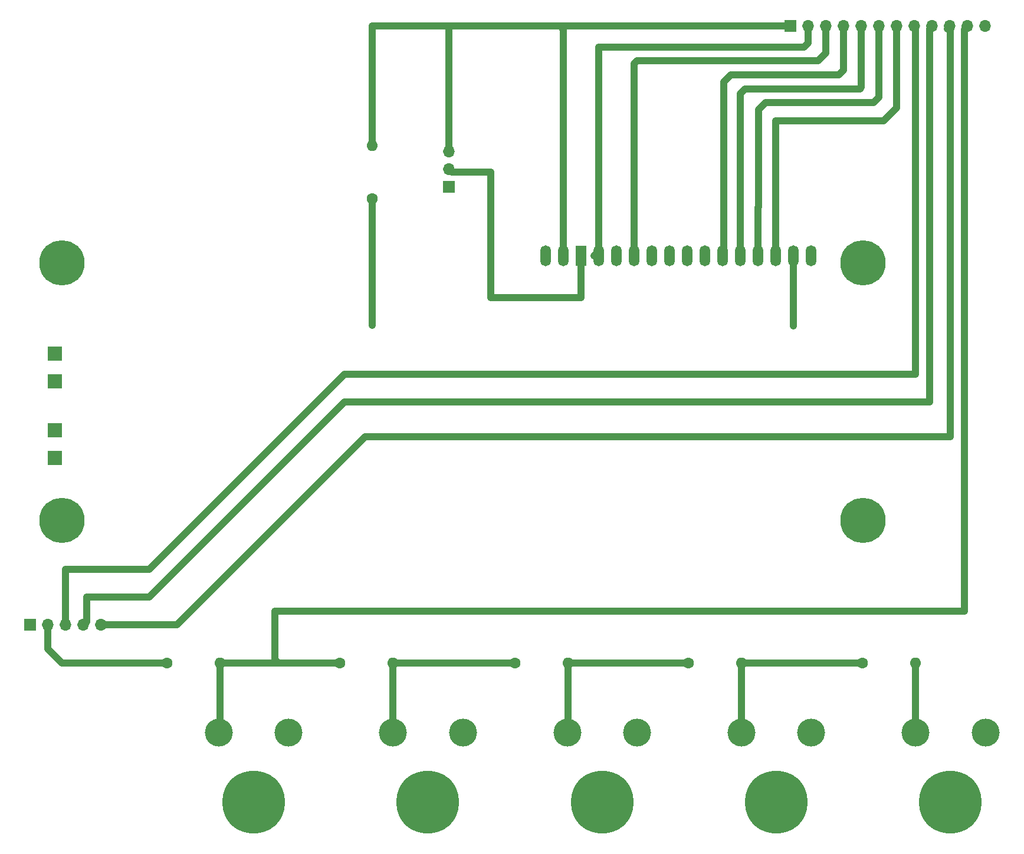
<source format=gbr>
%TF.GenerationSoftware,KiCad,Pcbnew,8.0.3*%
%TF.CreationDate,2024-11-17T17:52:43+01:00*%
%TF.ProjectId,PCB2,50434232-2e6b-4696-9361-645f70636258,rev?*%
%TF.SameCoordinates,Original*%
%TF.FileFunction,Copper,L1,Top*%
%TF.FilePolarity,Positive*%
%FSLAX46Y46*%
G04 Gerber Fmt 4.6, Leading zero omitted, Abs format (unit mm)*
G04 Created by KiCad (PCBNEW 8.0.3) date 2024-11-17 17:52:43*
%MOMM*%
%LPD*%
G01*
G04 APERTURE LIST*
%TA.AperFunction,ComponentPad*%
%ADD10C,6.500000*%
%TD*%
%TA.AperFunction,ComponentPad*%
%ADD11R,1.500000X3.000000*%
%TD*%
%TA.AperFunction,ComponentPad*%
%ADD12O,1.500000X3.000000*%
%TD*%
%TA.AperFunction,ComponentPad*%
%ADD13R,2.000000X2.000000*%
%TD*%
%TA.AperFunction,ComponentPad*%
%ADD14C,1.600000*%
%TD*%
%TA.AperFunction,ComponentPad*%
%ADD15O,1.600000X1.600000*%
%TD*%
%TA.AperFunction,ComponentPad*%
%ADD16R,1.700000X1.700000*%
%TD*%
%TA.AperFunction,ComponentPad*%
%ADD17O,1.700000X1.700000*%
%TD*%
%TA.AperFunction,ViaPad*%
%ADD18C,4.000000*%
%TD*%
%TA.AperFunction,ViaPad*%
%ADD19C,9.000000*%
%TD*%
%TA.AperFunction,Conductor*%
%ADD20C,1.000000*%
%TD*%
%TA.AperFunction,Conductor*%
%ADD21C,0.254000*%
%TD*%
G04 APERTURE END LIST*
D10*
%TO.P,REF\u002A\u002A,*%
%TO.N,*%
X66480000Y-60020000D03*
X66480000Y-97020000D03*
X181480000Y-60020000D03*
X181480000Y-97020000D03*
D11*
%TO.P,REF\u002A\u002A,1*%
%TO.N,N/C*%
X140980000Y-59020000D03*
D12*
%TO.P,REF\u002A\u002A,2*%
X143520000Y-59020000D03*
%TO.P,REF\u002A\u002A,3*%
X146060000Y-59020000D03*
%TO.P,REF\u002A\u002A,4*%
X148600000Y-59020000D03*
%TO.P,REF\u002A\u002A,5*%
X151140000Y-59020000D03*
%TO.P,REF\u002A\u002A,6*%
X153680000Y-59020000D03*
%TO.P,REF\u002A\u002A,7*%
X156220000Y-59020000D03*
%TO.P,REF\u002A\u002A,8*%
X158760000Y-59020000D03*
%TO.P,REF\u002A\u002A,9*%
X161300000Y-59020000D03*
%TO.P,REF\u002A\u002A,10*%
X163840000Y-59020000D03*
%TO.P,REF\u002A\u002A,11*%
X166380000Y-59020000D03*
%TO.P,REF\u002A\u002A,12*%
X168920000Y-59020000D03*
%TO.P,REF\u002A\u002A,13*%
X171460000Y-59020000D03*
%TO.P,REF\u002A\u002A,14*%
X174000000Y-59020000D03*
%TO.P,REF\u002A\u002A,15*%
X138440000Y-59020000D03*
%TO.P,REF\u002A\u002A,16*%
X135900000Y-59020000D03*
D13*
%TO.P,REF\u002A\u002A,A1*%
X65480000Y-73020000D03*
%TO.P,REF\u002A\u002A,A2*%
X65480000Y-84020000D03*
%TO.P,REF\u002A\u002A,K1*%
X65480000Y-77020000D03*
%TO.P,REF\u002A\u002A,K2*%
X65480000Y-88020000D03*
%TD*%
D14*
%TO.P,REF\u002A\u002A,1*%
%TO.N,N/C*%
X181380000Y-117500000D03*
D15*
%TO.P,REF\u002A\u002A,2*%
X189000000Y-117500000D03*
%TD*%
D16*
%TO.P,REF\u002A\u002A,1*%
%TO.N,N/C*%
X61925000Y-112000000D03*
D17*
%TO.P,REF\u002A\u002A,2*%
X64465000Y-112000000D03*
%TO.P,REF\u002A\u002A,3*%
X67005000Y-112000000D03*
%TO.P,REF\u002A\u002A,4*%
X69545000Y-112000000D03*
%TO.P,REF\u002A\u002A,5*%
X72085000Y-112000000D03*
%TD*%
D16*
%TO.P,REF\u002A\u002A,1*%
%TO.N,N/C*%
X171060000Y-26000000D03*
D17*
%TO.P,REF\u002A\u002A,2*%
X173600000Y-26000000D03*
%TO.P,REF\u002A\u002A,3*%
X176140000Y-26000000D03*
%TO.P,REF\u002A\u002A,4*%
X178680000Y-26000000D03*
%TO.P,REF\u002A\u002A,5*%
X181220000Y-26000000D03*
%TO.P,REF\u002A\u002A,6*%
X183760000Y-26000000D03*
%TO.P,REF\u002A\u002A,7*%
X186300000Y-26000000D03*
%TO.P,REF\u002A\u002A,8*%
X188840000Y-26000000D03*
%TO.P,REF\u002A\u002A,9*%
X191380000Y-26000000D03*
%TO.P,REF\u002A\u002A,10*%
X193920000Y-26000000D03*
%TO.P,REF\u002A\u002A,11*%
X196460000Y-26000000D03*
%TO.P,REF\u002A\u002A,12*%
X199000000Y-26000000D03*
%TD*%
D14*
%TO.P,REF\u002A\u002A,1*%
%TO.N,N/C*%
X156380000Y-117500000D03*
D15*
%TO.P,REF\u002A\u002A,2*%
X164000000Y-117500000D03*
%TD*%
D14*
%TO.P,REF\u002A\u002A,1*%
%TO.N,N/C*%
X111000000Y-50810000D03*
D15*
%TO.P,REF\u002A\u002A,2*%
X111000000Y-43190000D03*
%TD*%
D14*
%TO.P,REF\u002A\u002A,1*%
%TO.N,N/C*%
X106380000Y-117500000D03*
D15*
%TO.P,REF\u002A\u002A,2*%
X114000000Y-117500000D03*
%TD*%
D14*
%TO.P,REF\u002A\u002A,1*%
%TO.N,N/C*%
X81500000Y-117500000D03*
D15*
%TO.P,REF\u002A\u002A,2*%
X89120000Y-117500000D03*
%TD*%
D16*
%TO.P,REF\u002A\u002A,1*%
%TO.N,N/C*%
X122000000Y-49080000D03*
D17*
%TO.P,REF\u002A\u002A,2*%
X122000000Y-46540000D03*
%TO.P,REF\u002A\u002A,3*%
X122000000Y-44000000D03*
%TD*%
D14*
%TO.P,REF\u002A\u002A,1*%
%TO.N,N/C*%
X131500000Y-117500000D03*
D15*
%TO.P,REF\u002A\u002A,2*%
X139120000Y-117500000D03*
%TD*%
D18*
%TO.N,*%
X124000000Y-127500000D03*
D19*
X94000000Y-137500000D03*
X144000000Y-137500000D03*
X169000000Y-137500000D03*
D18*
X114000000Y-127500000D03*
X174000000Y-127500000D03*
X99000000Y-127500000D03*
X189000000Y-127500000D03*
D19*
X194000000Y-137500000D03*
D18*
X199040000Y-127500000D03*
X139000000Y-127500000D03*
X149000000Y-127500000D03*
D19*
X119000000Y-137500000D03*
D18*
X164000000Y-127500000D03*
X89000000Y-127500000D03*
%TD*%
D20*
%TO.N,*%
X193540000Y-26380000D02*
X193920000Y-26000000D01*
X167690000Y-117500000D02*
X181380000Y-117500000D01*
X97000000Y-110000000D02*
X97000000Y-117000000D01*
X181220000Y-34780000D02*
X181000000Y-35000000D01*
X140960000Y-65000000D02*
X128000000Y-65000000D01*
X143480000Y-29020000D02*
X143480000Y-36020000D01*
D21*
X119960000Y-26040000D02*
X120000000Y-26000000D01*
D20*
X140980000Y-64980000D02*
X140960000Y-65000000D01*
X138440000Y-59020000D02*
X138440000Y-26440000D01*
X107000000Y-80000000D02*
X79000000Y-108000000D01*
X162480000Y-33000000D02*
X161480000Y-34000000D01*
X176140000Y-29860000D02*
X175000000Y-31000000D01*
X66500000Y-117500000D02*
X64465000Y-115465000D01*
X83000000Y-112000000D02*
X110000000Y-85000000D01*
X173600000Y-26000000D02*
X173600000Y-28400000D01*
X89120000Y-117500000D02*
X89120000Y-127380000D01*
X173600000Y-28400000D02*
X173000000Y-29000000D01*
X142690000Y-117500000D02*
X156380000Y-117500000D01*
X143500000Y-29000000D02*
X143480000Y-29020000D01*
X128000000Y-47000000D02*
X122460000Y-47000000D01*
X122000000Y-44000000D02*
X122000000Y-26000000D01*
X166380000Y-52020000D02*
X166380000Y-59020000D01*
X161480000Y-34000000D02*
X161480000Y-58840000D01*
X178680000Y-26000000D02*
X178680000Y-32320000D01*
X97500000Y-117500000D02*
X106380000Y-117500000D01*
X67005000Y-104005000D02*
X67000000Y-104000000D01*
X196000000Y-110000000D02*
X97000000Y-110000000D01*
X120000000Y-26000000D02*
X111000000Y-26000000D01*
X140980000Y-64980000D02*
X141000000Y-65000000D01*
X107000000Y-76000000D02*
X189000000Y-76000000D01*
X67005000Y-112000000D02*
X67005000Y-104005000D01*
X163840000Y-35660000D02*
X163840000Y-59020000D01*
X186300000Y-26000000D02*
X186300000Y-37700000D01*
X143520000Y-59020000D02*
X143520000Y-36060000D01*
X178000000Y-33000000D02*
X162480000Y-33000000D01*
X89120000Y-127380000D02*
X89000000Y-127500000D01*
X183760000Y-26000000D02*
X183760000Y-36240000D01*
X183000000Y-37000000D02*
X167500000Y-37000000D01*
X164000000Y-117500000D02*
X164000000Y-127500000D01*
X191000000Y-80000000D02*
X107000000Y-80000000D01*
X148600000Y-31400000D02*
X148600000Y-59020000D01*
X122460000Y-47000000D02*
X122000000Y-46540000D01*
X171480000Y-69020000D02*
X171480000Y-59040000D01*
X122000000Y-26000000D02*
X120000000Y-26000000D01*
X173000000Y-29000000D02*
X143500000Y-29000000D01*
X143000000Y-58820000D02*
X142820000Y-59000000D01*
X189000000Y-26160000D02*
X188840000Y-26000000D01*
X70000000Y-108000000D02*
X70000000Y-111545000D01*
X139120000Y-117500000D02*
X139120000Y-127380000D01*
X117690000Y-117500000D02*
X131380000Y-117500000D01*
X97000000Y-117000000D02*
X97500000Y-117500000D01*
X111000000Y-50810000D02*
X111000000Y-69000000D01*
X119000000Y-117500000D02*
X114120000Y-117500000D01*
X168920000Y-39580000D02*
X168920000Y-59020000D01*
X138440000Y-26440000D02*
X138000000Y-26000000D01*
X194000000Y-26080000D02*
X193920000Y-26000000D01*
X196460000Y-26000000D02*
X196000000Y-26460000D01*
X128000000Y-65000000D02*
X128000000Y-47000000D01*
X72085000Y-112000000D02*
X83000000Y-112000000D01*
X191380000Y-26000000D02*
X191000000Y-26380000D01*
X178680000Y-32320000D02*
X178000000Y-33000000D01*
X139000000Y-26000000D02*
X138000000Y-26000000D01*
X149000000Y-31000000D02*
X148600000Y-31400000D01*
X176140000Y-26000000D02*
X176140000Y-29860000D01*
X64465000Y-115465000D02*
X64465000Y-112000000D01*
X81500000Y-117500000D02*
X66500000Y-117500000D01*
X92690000Y-117500000D02*
X97500000Y-117500000D01*
X181220000Y-26000000D02*
X181220000Y-34780000D01*
X111000000Y-26000000D02*
X111000000Y-43190000D01*
X183760000Y-36240000D02*
X183000000Y-37000000D01*
X79000000Y-104000000D02*
X107000000Y-76000000D01*
X186300000Y-37700000D02*
X184420000Y-39580000D01*
X167500000Y-37000000D02*
X166480000Y-38020000D01*
X110000000Y-85000000D02*
X194000000Y-85000000D01*
X70000000Y-111545000D02*
X69545000Y-112000000D01*
X189000000Y-117500000D02*
X189000000Y-127500000D01*
X171060000Y-26000000D02*
X139000000Y-26000000D01*
X166480000Y-38020000D02*
X166480000Y-51920000D01*
X94000000Y-117500000D02*
X89120000Y-117500000D01*
X194000000Y-85000000D02*
X194000000Y-26080000D01*
X144000000Y-117500000D02*
X139120000Y-117500000D01*
X79000000Y-108000000D02*
X70000000Y-108000000D01*
X164500000Y-35000000D02*
X163840000Y-35660000D01*
X191000000Y-26380000D02*
X191000000Y-80000000D01*
X181000000Y-35000000D02*
X164500000Y-35000000D01*
X114000000Y-117500000D02*
X114000000Y-127500000D01*
X189000000Y-68000000D02*
X189000000Y-76000000D01*
X189000000Y-68000000D02*
X189000000Y-26160000D01*
X196000000Y-26460000D02*
X196000000Y-110000000D01*
X138000000Y-26000000D02*
X122000000Y-26000000D01*
X140980000Y-59020000D02*
X140980000Y-64980000D01*
X67000000Y-104000000D02*
X79000000Y-104000000D01*
X184420000Y-39580000D02*
X168920000Y-39580000D01*
X169000000Y-117500000D02*
X164120000Y-117500000D01*
X175000000Y-31000000D02*
X149000000Y-31000000D01*
%TD*%
M02*

</source>
